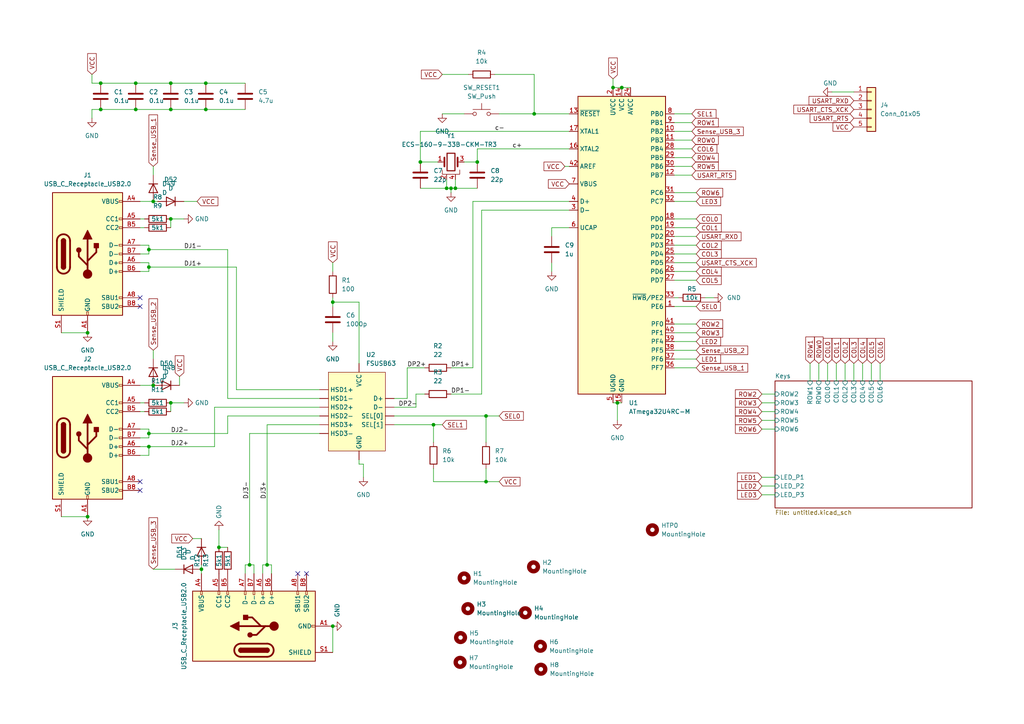
<source format=kicad_sch>
(kicad_sch (version 20230121) (generator eeschema)
  (paper "A4")
  (lib_symbols
    (symbol "Connector:USB_C_Receptacle_USB2.0" (pin_names (offset 1.016))
      (property "Reference" "J" (at -10.16 19.05 0))
      (property "Value" "USB_C_Receptacle_USB2.0" (at 19.05 19.05 0))
      (symbol "USB_C_Receptacle_USB2.0_0_0"
        (rectangle (start -0.254 -17.78) (end 0.254 -16.764))
        (rectangle (start 10.16 -14.986) (end 9.144 -15.494))
        (rectangle (start 10.16 -12.446) (end 9.144 -12.954))
        (rectangle (start 10.16 -4.826) (end 9.144 -5.334))
        (rectangle (start 10.16 -2.286) (end 9.144 -2.794))
        (rectangle (start 10.16 0.254) (end 9.144 -0.254))
        (rectangle (start 10.16 2.794) (end 9.144 2.286))
        (rectangle (start 10.16 7.874) (end 9.144 7.366))
        (rectangle (start 10.16 10.414) (end 9.144 9.906))
        (rectangle (start 10.16 15.494) (end 9.144 14.986))
      )
      (symbol "USB_C_Receptacle_USB2.0_0_1"
        (rectangle (start -10.16 17.78) (end 10.16 -17.78) (stroke (width 0.254)) (fill (type background)))
        (arc (start -8.89 -3.81) (mid -6.985 -5.7067) (end -5.08 -3.81) (stroke (width 0.508)))
        (arc (start -7.62 -3.81) (mid -6.985 -4.4423) (end -6.35 -3.81) (stroke (width 0.254)))
        (arc (start -7.62 -3.81) (mid -6.985 -4.4423) (end -6.35 -3.81) (stroke (width 0.254)) (fill (type outline)))
        (rectangle (start -7.62 -3.81) (end -6.35 3.81) (stroke (width 0.254)) (fill (type outline)))
        (arc (start -6.35 3.81) (mid -6.985 4.4423) (end -7.62 3.81) (stroke (width 0.254)))
        (arc (start -6.35 3.81) (mid -6.985 4.4423) (end -7.62 3.81) (stroke (width 0.254)) (fill (type outline)))
        (arc (start -5.08 3.81) (mid -6.985 5.7067) (end -8.89 3.81) (stroke (width 0.508)))
        (circle (center -2.54 1.143) (radius 0.635) (stroke (width 0.254)) (fill (type outline)))
        (circle (center 0 -5.842) (radius 1.27) (fill (type outline)))
        (polyline (pts (xy -8.89 -3.81) (xy -8.89 3.81)) (stroke (width 0.508)))
        (polyline (pts (xy -5.08 3.81) (xy -5.08 -3.81)) (stroke (width 0.508)))
        (polyline (pts (xy 0 -5.842) (xy 0 4.318)) (stroke (width 0.508)))
        (polyline (pts (xy 0 -3.302) (xy -2.54 -0.762) (xy -2.54 0.508)) (stroke (width 0.508)))
        (polyline (pts (xy 0 -2.032) (xy 2.54 0.508) (xy 2.54 1.778)) (stroke (width 0.508)))
        (polyline (pts (xy -1.27 4.318) (xy 0 6.858) (xy 1.27 4.318) (xy -1.27 4.318)) (stroke (width 0.254)) (fill (type outline)))
        (rectangle (start 1.905 1.778) (end 3.175 3.048) (stroke (width 0.254)) (fill (type outline)))
      )
      (symbol "USB_C_Receptacle_USB2.0_1_1"
        (pin passive line (at 0 -22.86 90) (length 5.08) (name "GND") (number "A1"))
        (pin passive line (at 0 -22.86 90) (length 5.08) hide (name "GND") (number "A12"))
        (pin passive line (at 15.24 15.24 180) (length 5.08) (name "VBUS") (number "A4"))
        (pin bidirectional line (at 15.24 10.16 180) (length 5.08) (name "CC1") (number "A5"))
        (pin bidirectional line (at 15.24 -2.54 180) (length 5.08) (name "D+") (number "A6"))
        (pin bidirectional line (at 15.24 2.54 180) (length 5.08) (name "D-") (number "A7"))
        (pin bidirectional line (at 15.24 -12.7 180) (length 5.08) (name "SBU1") (number "A8"))
        (pin passive line (at 15.24 15.24 180) (length 5.08) hide (name "VBUS") (number "A9"))
        (pin passive line (at 0 -22.86 90) (length 5.08) hide (name "GND") (number "B1"))
        (pin passive line (at 0 -22.86 90) (length 5.08) hide (name "GND") (number "B12"))
        (pin passive line (at 15.24 15.24 180) (length 5.08) hide (name "VBUS") (number "B4"))
        (pin bidirectional line (at 15.24 7.62 180) (length 5.08) (name "CC2") (number "B5"))
        (pin bidirectional line (at 15.24 -5.08 180) (length 5.08) (name "D+") (number "B6"))
        (pin bidirectional line (at 15.24 0 180) (length 5.08) (name "D-") (number "B7"))
        (pin bidirectional line (at 15.24 -15.24 180) (length 5.08) (name "SBU2") (number "B8"))
        (pin passive line (at 15.24 15.24 180) (length 5.08) hide (name "VBUS") (number "B9"))
        (pin passive line (at -7.62 -22.86 90) (length 5.08) (name "SHIELD") (number "S1"))
      )
    )
    (symbol "Connector_Generic:Conn_01x05" (pin_names (offset 1.016) hide)
      (property "Reference" "J" (at 0 7.62 0))
      (property "Value" "Conn_01x05" (at 0 -7.62 0))
      (symbol "Conn_01x05_1_1"
        (rectangle (start -1.27 -4.953) (end 0 -5.207) (stroke (width 0.1524)))
        (rectangle (start -1.27 -2.413) (end 0 -2.667) (stroke (width 0.1524)))
        (rectangle (start -1.27 0.127) (end 0 -0.127) (stroke (width 0.1524)))
        (rectangle (start -1.27 2.667) (end 0 2.413) (stroke (width 0.1524)))
        (rectangle (start -1.27 5.207) (end 0 4.953) (stroke (width 0.1524)))
        (rectangle (start -1.27 6.35) (end 1.27 -6.35) (stroke (width 0.254)) (fill (type background)))
        (pin passive line (at -5.08 5.08 0) (length 3.81) (name "Pin_1") (number "1"))
        (pin passive line (at -5.08 2.54 0) (length 3.81) (name "Pin_2") (number "2"))
        (pin passive line (at -5.08 0 0) (length 3.81) (name "Pin_3") (number "3"))
        (pin passive line (at -5.08 -2.54 0) (length 3.81) (name "Pin_4") (number "4"))
        (pin passive line (at -5.08 -5.08 0) (length 3.81) (name "Pin_5") (number "5"))
      )
    )
    (symbol "Device:C" (pin_numbers hide) (pin_names (offset 0.254))
      (property "Reference" "C" (at 0.635 2.54 0))
      (property "Value" "C" (at 0.635 -2.54 0))
      (symbol "C_0_1"
        (polyline (pts (xy -2.032 -0.762) (xy 2.032 -0.762)) (stroke (width 0.508)))
        (polyline (pts (xy -2.032 0.762) (xy 2.032 0.762)) (stroke (width 0.508)))
      )
      (symbol "C_1_1"
        (pin passive line (at 0 3.81 270) (length 2.794) (name "~") (number "1"))
        (pin passive line (at 0 -3.81 90) (length 2.794) (name "~") (number "2"))
      )
    )
    (symbol "Device:Crystal_GND3" (pin_names (offset 1.016) hide)
      (property "Reference" "Y1" (at 0 7.62 0))
      (property "Value" "ECS-160-9-33B-CKM-TR3 " (at 0 5.08 0))
      (symbol "Crystal_GND3_0_1"
        (rectangle (start -1.143 2.54) (end 1.143 -2.54) (stroke (width 0.3048)))
        (polyline (pts (xy -2.54 0) (xy -1.905 0)))
        (polyline (pts (xy -1.905 -1.27) (xy -1.905 1.27)) (stroke (width 0.508)))
        (polyline (pts (xy -1.27 -3.81) (xy -1.27 -3.556)))
        (polyline (pts (xy 1.27 -3.81) (xy 1.27 -3.556)))
        (polyline (pts (xy 1.905 0) (xy 2.54 0)))
        (polyline (pts (xy 1.905 1.27) (xy 1.905 -1.27)) (stroke (width 0.508)))
        (polyline (pts (xy -2.54 -2.286) (xy -2.54 -3.556) (xy 2.54 -3.556) (xy 2.54 -2.286)))
      )
      (symbol "Crystal_GND3_1_0"
        (pin passive line (at 1.27 -5.08 90) (length 1.27) (name "4") (number "4"))
      )
      (symbol "Crystal_GND3_1_1"
        (pin passive line (at -3.81 0 0) (length 1.27) (name "1") (number "1"))
        (pin passive line (at -1.27 -5.08 90) (length 1.27) (name "2") (number "2"))
        (pin passive line (at 3.81 0 180) (length 1.27) (name "3") (number "3"))
      )
    )
    (symbol "Device:D" (pin_numbers hide) (pin_names (offset 1.016) hide)
      (property "Reference" "D" (at 0 2.54 0))
      (property "Value" "D" (at 0 -2.54 0))
      (symbol "D_0_1"
        (polyline (pts (xy -1.27 1.27) (xy -1.27 -1.27)) (stroke (width 0.254)))
        (polyline (pts (xy 1.27 0) (xy -1.27 0)))
        (polyline (pts (xy 1.27 1.27) (xy 1.27 -1.27) (xy -1.27 0) (xy 1.27 1.27)) (stroke (width 0.254)))
      )
      (symbol "D_1_1"
        (pin passive line (at -3.81 0 0) (length 2.54) (name "K") (number "1"))
        (pin passive line (at 3.81 0 180) (length 2.54) (name "A") (number "2"))
      )
    )
    (symbol "Device:R" (pin_numbers hide) (pin_names (offset 0))
      (property "Reference" "R" (at 2.032 0 90))
      (property "Value" "R" (at 0 0 90))
      (symbol "R_0_1"
        (rectangle (start -1.016 -2.54) (end 1.016 2.54) (stroke (width 0.254)))
      )
      (symbol "R_1_1"
        (pin passive line (at 0 3.81 270) (length 1.27) (name "~") (number "1"))
        (pin passive line (at 0 -3.81 90) (length 1.27) (name "~") (number "2"))
      )
    )
    (symbol "MCU_Microchip_ATmega:ATmega32U4RC-M"
      (property "Reference" "U" (at -12.7 44.45 0))
      (property "Value" "ATmega32U4RC-M" (at 2.54 -44.45 0))
      (symbol "ATmega32U4RC-M_0_1"
        (rectangle (start -12.7 -43.18) (end 12.7 43.18) (stroke (width 0.254)) (fill (type background)))
      )
      (symbol "ATmega32U4RC-M_1_1"
        (pin bidirectional line (at 15.24 -17.78 180) (length 2.54) (name "PE6") (number "1"))
        (pin bidirectional line (at 15.24 33.02 180) (length 2.54) (name "PB2") (number "10"))
        (pin bidirectional line (at 15.24 30.48 180) (length 2.54) (name "PB3") (number "11"))
        (pin bidirectional line (at 15.24 20.32 180) (length 2.54) (name "PB7") (number "12"))
        (pin input line (at -15.24 38.1 0) (length 2.54) (name "~{RESET}") (number "13"))
        (pin power_in line (at 0 45.72 270) (length 2.54) (name "VCC") (number "14"))
        (pin power_in line (at 0 -45.72 90) (length 2.54) (name "GND") (number "15"))
        (pin output line (at -15.24 27.94 0) (length 2.54) (name "XTAL2") (number "16"))
        (pin input line (at -15.24 33.02 0) (length 2.54) (name "XTAL1") (number "17"))
        (pin bidirectional line (at 15.24 7.62 180) (length 2.54) (name "PD0") (number "18"))
        (pin bidirectional line (at 15.24 5.08 180) (length 2.54) (name "PD1") (number "19"))
        (pin power_in line (at -2.54 45.72 270) (length 2.54) (name "UVCC") (number "2"))
        (pin bidirectional line (at 15.24 2.54 180) (length 2.54) (name "PD2") (number "20"))
        (pin bidirectional line (at 15.24 0 180) (length 2.54) (name "PD3") (number "21"))
        (pin bidirectional line (at 15.24 -5.08 180) (length 2.54) (name "PD5") (number "22"))
        (pin passive line (at 0 -45.72 90) (length 2.54) hide (name "GND") (number "23"))
        (pin power_in line (at 2.54 45.72 270) (length 2.54) (name "AVCC") (number "24"))
        (pin bidirectional line (at 15.24 -2.54 180) (length 2.54) (name "PD4") (number "25"))
        (pin bidirectional line (at 15.24 -7.62 180) (length 2.54) (name "PD6") (number "26"))
        (pin bidirectional line (at 15.24 -10.16 180) (length 2.54) (name "PD7") (number "27"))
        (pin bidirectional line (at 15.24 27.94 180) (length 2.54) (name "PB4") (number "28"))
        (pin bidirectional line (at 15.24 25.4 180) (length 2.54) (name "PB5") (number "29"))
        (pin bidirectional line (at -15.24 10.16 0) (length 2.54) (name "D-") (number "3"))
        (pin bidirectional line (at 15.24 22.86 180) (length 2.54) (name "PB6") (number "30"))
        (pin bidirectional line (at 15.24 15.24 180) (length 2.54) (name "PC6") (number "31"))
        (pin bidirectional line (at 15.24 12.7 180) (length 2.54) (name "PC7") (number "32"))
        (pin bidirectional line (at 15.24 -15.24 180) (length 2.54) (name "~{HWB}/PE2") (number "33"))
        (pin passive line (at 0 45.72 270) (length 2.54) hide (name "VCC") (number "34"))
        (pin passive line (at 0 -45.72 90) (length 2.54) hide (name "GND") (number "35"))
        (pin bidirectional line (at 15.24 -35.56 180) (length 2.54) (name "PF7") (number "36"))
        (pin bidirectional line (at 15.24 -33.02 180) (length 2.54) (name "PF6") (number "37"))
        (pin bidirectional line (at 15.24 -30.48 180) (length 2.54) (name "PF5") (number "38"))
        (pin bidirectional line (at 15.24 -27.94 180) (length 2.54) (name "PF4") (number "39"))
        (pin bidirectional line (at -15.24 12.7 0) (length 2.54) (name "D+") (number "4"))
        (pin bidirectional line (at 15.24 -25.4 180) (length 2.54) (name "PF1") (number "40"))
        (pin bidirectional line (at 15.24 -22.86 180) (length 2.54) (name "PF0") (number "41"))
        (pin passive line (at -15.24 22.86 0) (length 2.54) (name "AREF") (number "42"))
        (pin passive line (at 0 -45.72 90) (length 2.54) hide (name "GND") (number "43"))
        (pin passive line (at 2.54 45.72 270) (length 2.54) hide (name "AVCC") (number "44"))
        (pin passive line (at 0 -45.72 90) (length 2.54) hide (name "GND") (number "45"))
        (pin passive line (at -2.54 -45.72 90) (length 2.54) (name "UGND") (number "5"))
        (pin passive line (at -15.24 5.08 0) (length 2.54) (name "UCAP") (number "6"))
        (pin input line (at -15.24 17.78 0) (length 2.54) (name "VBUS") (number "7"))
        (pin bidirectional line (at 15.24 38.1 180) (length 2.54) (name "PB0") (number "8"))
        (pin bidirectional line (at 15.24 35.56 180) (length 2.54) (name "PB1") (number "9"))
      )
    )
    (symbol "Mechanical:MountingHole" (pin_names (offset 1.016))
      (property "Reference" "H" (at 0 5.08 0))
      (property "Value" "MountingHole" (at 0 3.175 0))
      (symbol "MountingHole_0_1"
        (circle (center 0 0) (radius 1.27) (stroke (width 1.27)))
      )
    )
    (symbol "New_Library:FSUSB63" (pin_numbers hide)
      (property "Reference" "U" (at 1.27 -12.7 0))
      (property "Value" "FSUSB63" (at 5.08 -15.24 0))
      (symbol "FSUSB63_0_1"
        (rectangle (start 7.62 -11.43) (end -8.89 11.43) (fill (type background)))
      )
      (symbol "FSUSB63_1_1"
        (pin bidirectional line (at 10.16 3.81 180) (length 2.54) (name "D+") (number "1"))
        (pin bidirectional line (at -11.43 -3.81 0) (length 2.54) (name "HSD3+") (number "10"))
        (pin bidirectional line (at 10.16 -3.81 180) (length 2.54) (name "SEL[1]") (number "11"))
        (pin bidirectional line (at 0 13.97 270) (length 2.54) (name "VCC") (number "12"))
        (pin bidirectional line (at 10.16 1.27 180) (length 2.54) (name "D-") (number "2"))
        (pin bidirectional line (at 0 -13.97 90) (length 2.54) (name "GND") (number "3"))
        (pin bidirectional line (at 10.16 -1.27 180) (length 2.54) (name "SEL[0]") (number "4"))
        (pin bidirectional line (at -11.43 3.81 0) (length 2.54) (name "HSD1-") (number "5"))
        (pin bidirectional line (at -11.43 6.35 0) (length 2.54) (name "HSD1+") (number "6"))
        (pin bidirectional line (at -11.43 -1.27 0) (length 2.54) (name "HSD2-") (number "7"))
        (pin bidirectional line (at -11.43 1.27 0) (length 2.54) (name "HSD2+") (number "8"))
        (pin bidirectional line (at -11.43 -6.35 0) (length 2.54) (name "HSD3-") (number "9"))
      )
    )
    (symbol "Switch:SW_Push" (pin_numbers hide) (pin_names (offset 1.016) hide)
      (property "Reference" "SW" (at 1.27 2.54 0))
      (property "Value" "SW_Push" (at 0 -1.524 0))
      (symbol "SW_Push_0_1"
        (circle (center -2.032 0) (radius 0.508))
        (polyline (pts (xy 0 1.27) (xy 0 3.048)))
        (polyline (pts (xy 2.54 1.27) (xy -2.54 1.27)))
        (circle (center 2.032 0) (radius 0.508))
        (pin passive line (at -5.08 0 0) (length 2.54) (name "1") (number "1"))
        (pin passive line (at 5.08 0 180) (length 2.54) (name "2") (number "2"))
      )
    )
    (symbol "power:GND" (power) (pin_names (offset 0))
      (property "Value" "GND" (at 0 -3.81 0))
      (symbol "GND_0_1"
        (polyline (pts (xy 0 0) (xy 0 -1.27) (xy 1.27 -1.27) (xy 0 -2.54) (xy -1.27 -1.27) (xy 0 -1.27)))
      )
      (symbol "GND_1_1"
        (pin power_in line (at 0 0 270) (length 0) hide (name "GND") (number "1"))
      )
    )
  )
  (junction (at 49.53 31.75))
  (junction (at 49.53 116.84))
  (junction (at 43.18 77.47))
  (junction (at 96.52 87.63))
  (junction (at 77.47 163.83))
  (junction (at 43.18 72.39))
  (junction (at 154.94 33.02))
  (junction (at 96.52 181.61))
  (junction (at 29.21 24.13))
  (junction (at 121.92 46.99))
  (junction (at 49.53 63.5))
  (junction (at 25.4 149.86))
  (junction (at 130.81 54.61))
  (junction (at 59.69 31.75))
  (junction (at 44.45 111.76))
  (junction (at 129.54 54.61))
  (junction (at 58.42 165.1))
  (junction (at 29.21 31.75))
  (junction (at 140.97 139.7))
  (junction (at 39.37 31.75))
  (junction (at 59.69 24.13))
  (junction (at 140.97 120.65))
  (junction (at 138.43 46.99))
  (junction (at 44.45 58.42))
  (junction (at 39.37 24.13))
  (junction (at 49.53 24.13))
  (junction (at 125.73 123.19))
  (junction (at 177.8 25.4))
  (junction (at 25.4 96.52))
  (junction (at 180.34 25.4))
  (junction (at 43.18 125.73))
  (junction (at 43.18 129.54))
  (junction (at 132.08 54.61))
  (junction (at 72.39 163.83))
  (junction (at 63.5 158.75))
  (junction (at 179.07 116.84))
  (no_connect (at 86.36 166.37))
  (no_connect (at 88.9 166.37))
  (no_connect (at 40.64 88.9))
  (no_connect (at 40.64 139.7))
  (no_connect (at 40.64 142.24))
  (no_connect (at 40.64 86.36))
  (wire (pts (xy 40.64 71.12) (xy 43.18 71.12)))
  (wire (pts (xy 130.81 106.68) (xy 137.16 106.68)))
  (wire (pts (xy 195.58 33.02) (xy 200.66 33.02)))
  (wire (pts (xy 180.34 25.4) (xy 182.88 25.4)))
  (wire (pts (xy 72.39 125.73) (xy 72.39 163.83)))
  (wire (pts (xy 78.74 163.83) (xy 78.74 166.37)))
  (wire (pts (xy 130.81 54.61) (xy 130.81 55.88)))
  (wire (pts (xy 40.64 111.76) (xy 44.45 111.76)))
  (wire (pts (xy 220.98 119.38) (xy 224.79 119.38)))
  (wire (pts (xy 179.07 116.84) (xy 180.34 116.84)))
  (wire (pts (xy 154.94 33.02) (xy 165.1 33.02)))
  (wire (pts (xy 123.19 114.3) (xy 120.65 114.3)))
  (wire (pts (xy 41.91 116.84) (xy 40.64 116.84)))
  (wire (pts (xy 237.49 105.41) (xy 237.49 110.49)))
  (wire (pts (xy 177.8 116.84) (xy 179.07 116.84)))
  (wire (pts (xy 66.04 115.57) (xy 92.71 115.57)))
  (wire (pts (xy 125.73 123.19) (xy 125.73 128.27)))
  (wire (pts (xy 39.37 24.13) (xy 49.53 24.13)))
  (wire (pts (xy 204.47 86.36) (xy 207.01 86.36)))
  (wire (pts (xy 29.21 24.13) (xy 39.37 24.13)))
  (wire (pts (xy 17.78 96.52) (xy 25.4 96.52)))
  (wire (pts (xy 41.91 119.38) (xy 40.64 119.38)))
  (wire (pts (xy 144.78 33.02) (xy 154.94 33.02)))
  (wire (pts (xy 220.98 143.51) (xy 224.79 143.51)))
  (wire (pts (xy 130.81 114.3) (xy 139.7 114.3)))
  (wire (pts (xy 92.71 125.73) (xy 72.39 125.73)))
  (wire (pts (xy 43.18 71.12) (xy 43.18 72.39)))
  (wire (pts (xy 96.52 96.52) (xy 96.52 99.06)))
  (wire (pts (xy 43.18 78.74) (xy 40.64 78.74)))
  (wire (pts (xy 195.58 86.36) (xy 196.85 86.36)))
  (wire (pts (xy 195.58 66.04) (xy 201.93 66.04)))
  (wire (pts (xy 26.67 31.75) (xy 26.67 34.29)))
  (wire (pts (xy 132.08 52.07) (xy 132.08 54.61)))
  (wire (pts (xy 72.39 163.83) (xy 73.66 163.83)))
  (wire (pts (xy 128.27 21.59) (xy 135.89 21.59)))
  (wire (pts (xy 49.53 63.5) (xy 53.34 63.5)))
  (wire (pts (xy 163.83 48.26) (xy 165.1 48.26)))
  (wire (pts (xy 40.64 132.08) (xy 43.18 132.08)))
  (wire (pts (xy 29.21 31.75) (xy 26.67 31.75)))
  (wire (pts (xy 55.88 156.21) (xy 58.42 156.21)))
  (wire (pts (xy 245.11 105.41) (xy 245.11 110.49)))
  (wire (pts (xy 104.14 133.35) (xy 104.14 134.62)))
  (wire (pts (xy 66.04 72.39) (xy 43.18 72.39)))
  (wire (pts (xy 247.65 105.41) (xy 247.65 110.49)))
  (wire (pts (xy 58.42 165.1) (xy 58.42 163.83)))
  (wire (pts (xy 96.52 181.61) (xy 96.52 189.23)))
  (wire (pts (xy 250.19 105.41) (xy 250.19 110.49)))
  (wire (pts (xy 252.73 105.41) (xy 252.73 110.49)))
  (wire (pts (xy 195.58 81.28) (xy 201.93 81.28)))
  (wire (pts (xy 68.58 77.47) (xy 68.58 113.03)))
  (wire (pts (xy 195.58 43.18) (xy 200.66 43.18)))
  (wire (pts (xy 195.58 104.14) (xy 201.93 104.14)))
  (wire (pts (xy 220.98 138.43) (xy 224.79 138.43)))
  (wire (pts (xy 114.3 120.65) (xy 140.97 120.65)))
  (wire (pts (xy 53.34 58.42) (xy 57.15 58.42)))
  (wire (pts (xy 121.92 46.99) (xy 127 46.99)))
  (wire (pts (xy 120.65 118.11) (xy 114.3 118.11)))
  (wire (pts (xy 26.67 24.13) (xy 29.21 24.13)))
  (wire (pts (xy 62.23 118.11) (xy 62.23 129.54)))
  (wire (pts (xy 125.73 135.89) (xy 125.73 139.7)))
  (wire (pts (xy 49.53 116.84) (xy 49.53 119.38)))
  (wire (pts (xy 92.71 120.65) (xy 66.04 120.65)))
  (wire (pts (xy 43.18 72.39) (xy 43.18 73.66)))
  (wire (pts (xy 96.52 87.63) (xy 96.52 88.9)))
  (wire (pts (xy 92.71 118.11) (xy 62.23 118.11)))
  (wire (pts (xy 195.58 48.26) (xy 200.66 48.26)))
  (wire (pts (xy 44.45 48.26) (xy 44.45 50.8)))
  (wire (pts (xy 160.02 76.2) (xy 160.02 78.74)))
  (wire (pts (xy 179.07 116.84) (xy 179.07 121.92)))
  (wire (pts (xy 43.18 76.2) (xy 43.18 77.47)))
  (wire (pts (xy 76.2 163.83) (xy 77.47 163.83)))
  (wire (pts (xy 59.69 24.13) (xy 71.12 24.13)))
  (wire (pts (xy 195.58 78.74) (xy 201.93 78.74)))
  (wire (pts (xy 242.57 105.41) (xy 242.57 110.49)))
  (wire (pts (xy 49.53 24.13) (xy 59.69 24.13)))
  (wire (pts (xy 140.97 135.89) (xy 140.97 139.7)))
  (wire (pts (xy 49.53 31.75) (xy 59.69 31.75)))
  (wire (pts (xy 140.97 139.7) (xy 144.78 139.7)))
  (wire (pts (xy 77.47 123.19) (xy 92.71 123.19)))
  (wire (pts (xy 143.51 21.59) (xy 154.94 21.59)))
  (wire (pts (xy 234.95 105.41) (xy 234.95 110.49)))
  (wire (pts (xy 195.58 101.6) (xy 201.93 101.6)))
  (wire (pts (xy 121.92 38.1) (xy 121.92 46.99)))
  (wire (pts (xy 40.64 58.42) (xy 44.45 58.42)))
  (wire (pts (xy 44.45 58.42) (xy 45.72 58.42)))
  (wire (pts (xy 220.98 121.92) (xy 224.79 121.92)))
  (wire (pts (xy 177.8 22.86) (xy 177.8 25.4)))
  (wire (pts (xy 49.53 116.84) (xy 53.34 116.84)))
  (wire (pts (xy 138.43 43.18) (xy 165.1 43.18)))
  (wire (pts (xy 195.58 68.58) (xy 201.93 68.58)))
  (wire (pts (xy 66.04 72.39) (xy 66.04 115.57)))
  (wire (pts (xy 43.18 129.54) (xy 43.18 132.08)))
  (wire (pts (xy 195.58 40.64) (xy 200.66 40.64)))
  (wire (pts (xy 43.18 73.66) (xy 40.64 73.66)))
  (wire (pts (xy 154.94 21.59) (xy 154.94 33.02)))
  (wire (pts (xy 96.52 86.36) (xy 96.52 87.63)))
  (wire (pts (xy 160.02 66.04) (xy 160.02 68.58)))
  (wire (pts (xy 77.47 163.83) (xy 78.74 163.83)))
  (wire (pts (xy 195.58 50.8) (xy 200.66 50.8)))
  (wire (pts (xy 132.08 54.61) (xy 138.43 54.61)))
  (wire (pts (xy 138.43 46.99) (xy 138.43 43.18)))
  (wire (pts (xy 195.58 88.9) (xy 201.93 88.9)))
  (wire (pts (xy 43.18 129.54) (xy 62.23 129.54)))
  (wire (pts (xy 40.64 63.5) (xy 41.91 63.5)))
  (wire (pts (xy 120.65 114.3) (xy 120.65 118.11)))
  (wire (pts (xy 195.58 93.98) (xy 201.93 93.98)))
  (wire (pts (xy 39.37 31.75) (xy 49.53 31.75)))
  (wire (pts (xy 134.62 46.99) (xy 138.43 46.99)))
  (wire (pts (xy 58.42 166.37) (xy 58.42 165.1)))
  (wire (pts (xy 43.18 124.46) (xy 43.18 125.73)))
  (wire (pts (xy 255.27 105.41) (xy 255.27 110.49)))
  (wire (pts (xy 195.58 55.88) (xy 201.93 55.88)))
  (wire (pts (xy 40.64 76.2) (xy 43.18 76.2)))
  (wire (pts (xy 165.1 66.04) (xy 160.02 66.04)))
  (wire (pts (xy 201.93 106.68) (xy 195.58 106.68)))
  (wire (pts (xy 121.92 54.61) (xy 129.54 54.61)))
  (wire (pts (xy 140.97 120.65) (xy 144.78 120.65)))
  (wire (pts (xy 96.52 87.63) (xy 104.14 87.63)))
  (wire (pts (xy 195.58 71.12) (xy 201.93 71.12)))
  (wire (pts (xy 195.58 73.66) (xy 201.93 73.66)))
  (wire (pts (xy 44.45 101.6) (xy 44.45 104.14)))
  (wire (pts (xy 195.58 35.56) (xy 200.66 35.56)))
  (wire (pts (xy 220.98 140.97) (xy 224.79 140.97)))
  (wire (pts (xy 220.98 124.46) (xy 224.79 124.46)))
  (wire (pts (xy 68.58 113.03) (xy 92.71 113.03)))
  (wire (pts (xy 29.21 31.75) (xy 39.37 31.75)))
  (wire (pts (xy 195.58 45.72) (xy 200.66 45.72)))
  (wire (pts (xy 137.16 58.42) (xy 165.1 58.42)))
  (wire (pts (xy 129.54 52.07) (xy 129.54 54.61)))
  (wire (pts (xy 118.11 106.68) (xy 118.11 115.57)))
  (wire (pts (xy 195.58 96.52) (xy 201.93 96.52)))
  (wire (pts (xy 137.16 106.68) (xy 137.16 58.42)))
  (wire (pts (xy 139.7 60.96) (xy 139.7 114.3)))
  (wire (pts (xy 68.58 77.47) (xy 43.18 77.47)))
  (wire (pts (xy 114.3 123.19) (xy 125.73 123.19)))
  (wire (pts (xy 195.58 58.42) (xy 201.93 58.42)))
  (wire (pts (xy 241.3 26.67) (xy 247.65 26.67)))
  (wire (pts (xy 165.1 38.1) (xy 121.92 38.1)))
  (wire (pts (xy 77.47 123.19) (xy 77.47 163.83)))
  (wire (pts (xy 63.5 153.67) (xy 63.5 158.75)))
  (wire (pts (xy 49.53 63.5) (xy 49.53 66.04)))
  (wire (pts (xy 59.69 31.75) (xy 71.12 31.75)))
  (wire (pts (xy 177.8 25.4) (xy 180.34 25.4)))
  (wire (pts (xy 140.97 120.65) (xy 140.97 128.27)))
  (wire (pts (xy 134.62 33.02) (xy 128.27 33.02)))
  (wire (pts (xy 71.12 166.37) (xy 71.12 163.83)))
  (wire (pts (xy 26.67 21.59) (xy 26.67 24.13)))
  (wire (pts (xy 195.58 38.1) (xy 200.66 38.1)))
  (wire (pts (xy 96.52 76.2) (xy 96.52 78.74)))
  (wire (pts (xy 130.81 54.61) (xy 132.08 54.61)))
  (wire (pts (xy 104.14 87.63) (xy 104.14 105.41)))
  (wire (pts (xy 71.12 163.83) (xy 72.39 163.83)))
  (wire (pts (xy 43.18 77.47) (xy 43.18 78.74)))
  (wire (pts (xy 76.2 166.37) (xy 76.2 163.83)))
  (wire (pts (xy 40.64 129.54) (xy 43.18 129.54)))
  (wire (pts (xy 40.64 127) (xy 43.18 127)))
  (wire (pts (xy 129.54 54.61) (xy 130.81 54.61)))
  (wire (pts (xy 40.64 66.04) (xy 41.91 66.04)))
  (wire (pts (xy 17.78 149.86) (xy 25.4 149.86)))
  (wire (pts (xy 43.18 125.73) (xy 43.18 127)))
  (wire (pts (xy 40.64 124.46) (xy 43.18 124.46)))
  (wire (pts (xy 104.14 134.62) (xy 105.41 134.62)))
  (wire (pts (xy 195.58 99.06) (xy 201.93 99.06)))
  (wire (pts (xy 240.03 105.41) (xy 240.03 110.49)))
  (wire (pts (xy 73.66 163.83) (xy 73.66 166.37)))
  (wire (pts (xy 43.18 125.73) (xy 66.04 125.73)))
  (wire (pts (xy 195.58 76.2) (xy 201.93 76.2)))
  (wire (pts (xy 220.98 116.84) (xy 224.79 116.84)))
  (wire (pts (xy 125.73 123.19) (xy 128.27 123.19)))
  (wire (pts (xy 44.45 165.1) (xy 50.8 165.1)))
  (wire (pts (xy 118.11 115.57) (xy 114.3 115.57)))
  (wire (pts (xy 63.5 158.75) (xy 66.04 158.75)))
  (wire (pts (xy 123.19 106.68) (xy 118.11 106.68)))
  (wire (pts (xy 125.73 139.7) (xy 140.97 139.7)))
  (wire (pts (xy 220.98 114.3) (xy 224.79 114.3)))
  (wire (pts (xy 66.04 120.65) (xy 66.04 125.73)))
  (wire (pts (xy 52.07 109.22) (xy 52.07 111.76)))
  (wire (pts (xy 195.58 63.5) (xy 201.93 63.5)))
  (wire (pts (xy 105.41 134.62) (xy 105.41 138.43)))
  (wire (pts (xy 165.1 60.96) (xy 139.7 60.96)))
  (label "c-" (at 143.51 38.1 0))
  (label "DP2+" (at 118.11 106.68 0))
  (label "c+" (at 148.59 43.18 0))
  (label "DJ3+" (at 77.47 144.78 90))
  (label "DP2-" (at 115.57 118.11 0))
  (label "DJ3-" (at 72.39 144.78 90))
  (label "DP1-" (at 130.81 114.3 0))
  (label "DJ1+" (at 53.34 77.47 0))
  (label "DJ2-" (at 49.53 125.73 0))
  (label "DP1+" (at 130.81 106.68 0))
  (label "DJ1-" (at 53.34 72.39 0))
  (label "DJ2+" (at 49.53 129.54 0))
  (global_label "Sense_USB_2" (shape input) (at 201.93 101.6 0) (property "Intersheetrefs" "${INTERSHEET_REFS}" (effects hide)))
  (global_label "ROW6" (shape input) (at 201.93 55.88 0) (property "Intersheetrefs" "${INTERSHEET_REFS}" (effects hide)))
  (global_label "ROW1" (shape input) (at 234.95 105.41 90) (property "Intersheetrefs" "${INTERSHEET_REFS}" (effects hide)))
  (global_label "VCC" (shape input) (at 144.78 139.7 0) (property "Intersheetrefs" "${INTERSHEET_REFS}" (effects hide)))
  (global_label "VCC" (shape input) (at 52.07 109.22 90) (property "Intersheetrefs" "${INTERSHEET_REFS}" (effects hide)))
  (global_label "USART_RTS" (shape input) (at 200.66 50.8 0) (property "Intersheetrefs" "${INTERSHEET_REFS}" (effects hide)))
  (global_label "LED1" (shape input) (at 220.98 138.43 180) (property "Intersheetrefs" "${INTERSHEET_REFS}" (effects hide)))
  (global_label "COL1" (shape input) (at 201.93 66.04 0) (property "Intersheetrefs" "${INTERSHEET_REFS}" (effects hide)))
  (global_label "VCC" (shape input) (at 163.83 48.26 180) (property "Intersheetrefs" "${INTERSHEET_REFS}" (effects hide)))
  (global_label "COL2" (shape input) (at 201.93 71.12 0) (property "Intersheetrefs" "${INTERSHEET_REFS}" (effects hide)))
  (global_label "ROW1" (shape input) (at 200.66 35.56 0) (property "Intersheetrefs" "${INTERSHEET_REFS}" (effects hide)))
  (global_label "LED2" (shape input) (at 220.98 140.97 180) (property "Intersheetrefs" "${INTERSHEET_REFS}" (effects hide)))
  (global_label "ROW0" (shape input) (at 200.66 40.64 0) (property "Intersheetrefs" "${INTERSHEET_REFS}" (effects hide)))
  (global_label "Sense_USB_1" (shape input) (at 201.93 106.68 0) (property "Intersheetrefs" "${INTERSHEET_REFS}" (effects hide)))
  (global_label "ROW3" (shape input) (at 220.98 116.84 180) (property "Intersheetrefs" "${INTERSHEET_REFS}" (effects hide)))
  (global_label "COL2" (shape input) (at 245.11 105.41 90) (property "Intersheetrefs" "${INTERSHEET_REFS}" (effects hide)))
  (global_label "VCC" (shape input) (at 247.65 36.83 180) (property "Intersheetrefs" "${INTERSHEET_REFS}" (effects hide)))
  (global_label "VCC" (shape input) (at 57.15 58.42 0) (property "Intersheetrefs" "${INTERSHEET_REFS}" (effects hide)))
  (global_label "LED3" (shape input) (at 220.98 143.51 180) (property "Intersheetrefs" "${INTERSHEET_REFS}" (effects hide)))
  (global_label "ROW5" (shape input) (at 200.66 48.26 0) (property "Intersheetrefs" "${INTERSHEET_REFS}" (effects hide)))
  (global_label "COL5" (shape input) (at 201.93 81.28 0) (property "Intersheetrefs" "${INTERSHEET_REFS}" (effects hide)))
  (global_label "ROW5" (shape input) (at 220.98 121.92 180) (property "Intersheetrefs" "${INTERSHEET_REFS}" (effects hide)))
  (global_label "VCC" (shape input) (at 26.67 21.59 90) (property "Intersheetrefs" "${INTERSHEET_REFS}" (effects hide)))
  (global_label "Sense_USB_3" (shape input) (at 44.45 165.1 90) (property "Intersheetrefs" "${INTERSHEET_REFS}" (effects hide)))
  (global_label "VCC" (shape input) (at 96.52 76.2 90) (property "Intersheetrefs" "${INTERSHEET_REFS}" (effects hide)))
  (global_label "ROW2" (shape input) (at 201.93 93.98 0) (property "Intersheetrefs" "${INTERSHEET_REFS}" (effects hide)))
  (global_label "LED2" (shape input) (at 201.93 99.06 0) (property "Intersheetrefs" "${INTERSHEET_REFS}" (effects hide)))
  (global_label "Sense_USB_3" (shape input) (at 200.66 38.1 0) (property "Intersheetrefs" "${INTERSHEET_REFS}" (effects hide)))
  (global_label "COL1" (shape input) (at 242.57 105.41 90) (property "Intersheetrefs" "${INTERSHEET_REFS}" (effects hide)))
  (global_label "COL3" (shape input) (at 201.93 73.66 0) (property "Intersheetrefs" "${INTERSHEET_REFS}" (effects hide)))
  (global_label "VCC" (shape input) (at 128.27 21.59 180) (property "Intersheetrefs" "${INTERSHEET_REFS}" (effects hide)))
  (global_label "USART_RTS" (shape input) (at 247.65 34.29 180) (property "Intersheetrefs" "${INTERSHEET_REFS}" (effects hide)))
  (global_label "COL4" (shape input) (at 250.19 105.41 90) (property "Intersheetrefs" "${INTERSHEET_REFS}" (effects hide)))
  (global_label "SEL0" (shape input) (at 144.78 120.65 0) (property "Intersheetrefs" "${INTERSHEET_REFS}" (effects hide)))
  (global_label "SEL1" (shape input) (at 200.66 33.02 0) (property "Intersheetrefs" "${INTERSHEET_REFS}" (effects hide)))
  (global_label "COL6" (shape input) (at 255.27 105.41 90) (property "Intersheetrefs" "${INTERSHEET_REFS}" (effects hide)))
  (global_label "COL5" (shape input) (at 252.73 105.41 90) (property "Intersheetrefs" "${INTERSHEET_REFS}" (effects hide)))
  (global_label "VCC" (shape input) (at 55.88 156.21 180) (property "Intersheetrefs" "${INTERSHEET_REFS}" (effects hide)))
  (global_label "ROW2" (shape input) (at 220.98 114.3 180) (property "Intersheetrefs" "${INTERSHEET_REFS}" (effects hide)))
  (global_label "LED1" (shape input) (at 201.93 104.14 0) (property "Intersheetrefs" "${INTERSHEET_REFS}" (effects hide)))
  (global_label "USART_CTS_XCK" (shape input) (at 201.93 76.2 0) (property "Intersheetrefs" "${INTERSHEET_REFS}" (effects hide)))
  (global_label "ROW4" (shape input) (at 220.98 119.38 180) (property "Intersheetrefs" "${INTERSHEET_REFS}" (effects hide)))
  (global_label "Sense_USB_1" (shape input) (at 44.45 48.26 90) (property "Intersheetrefs" "${INTERSHEET_REFS}" (effects hide)))
  (global_label "COL4" (shape input) (at 201.93 78.74 0) (property "Intersheetrefs" "${INTERSHEET_REFS}" (effects hide)))
  (global_label "COL0" (shape input) (at 201.93 63.5 0) (property "Intersheetrefs" "${INTERSHEET_REFS}" (effects hide)))
  (global_label "USART_RXD" (shape input) (at 201.93 68.58 0) (property "Intersheetrefs" "${INTERSHEET_REFS}" (effects hide)))
  (global_label "VCC" (shape input) (at 177.8 22.86 90) (property "Intersheetrefs" "${INTERSHEET_REFS}" (effects hide)))
  (global_label "VCC" (shape input) (at 165.1 53.34 180) (property "Intersheetrefs" "${INTERSHEET_REFS}" (effects hide)))
  (global_label "ROW6" (shape input) (at 220.98 124.46 180) (property "Intersheetrefs" "${INTERSHEET_REFS}" (effects hide)))
  (global_label "ROW0" (shape input) (at 237.49 105.41 90) (property "Intersheetrefs" "${INTERSHEET_REFS}" (effects hide)))
  (global_label "ROW3" (shape input) (at 201.93 96.52 0) (property "Intersheetrefs" "${INTERSHEET_REFS}" (effects hide)))
  (global_label "LED3" (shape input) (at 201.93 58.42 0) (property "Intersheetrefs" "${INTERSHEET_REFS}" (effects hide)))
  (global_label "COL6" (shape input) (at 200.66 43.18 0) (property "Intersheetrefs" "${INTERSHEET_REFS}" (effects hide)))
  (global_label "COL0" (shape input) (at 240.03 105.41 90) (property "Intersheetrefs" "${INTERSHEET_REFS}" (effects hide)))
  (global_label "ROW4" (shape input) (at 200.66 45.72 0) (property "Intersheetrefs" "${INTERSHEET_REFS}" (effects hide)))
  (global_label "Sense_USB_2" (shape input) (at 44.45 101.6 90) (property "Intersheetrefs" "${INTERSHEET_REFS}" (effects hide)))
  (global_label "SEL1" (shape input) (at 128.27 123.19 0) (property "Intersheetrefs" "${INTERSHEET_REFS}" (effects hide)))
  (global_label "USART_CTS_XCK" (shape input) (at 247.65 31.75 180) (property "Intersheetrefs" "${INTERSHEET_REFS}" (effects hide)))
  (global_label "SEL0" (shape input) (at 201.93 88.9 0) (property "Intersheetrefs" "${INTERSHEET_REFS}" (effects hide)))
  (global_label "USART_RXD" (shape input) (at 247.65 29.21 180) (property "Intersheetrefs" "${INTERSHEET_REFS}" (effects hide)))
  (global_label "COL3" (shape input) (at 247.65 105.41 90) (property "Intersheetrefs" "${INTERSHEET_REFS}" (effects hide)))
  (symbol (lib_id "power:GND") (at 96.52 99.06 0) (unit 1)
    (property "Reference" "#PWR0111" (effects hide))
    (property "Value" "GND" (at 96.52 104.14 0))
  )
  (symbol (lib_id "Device:D") (at 48.26 111.76 180) (unit 1)
    (property "Reference" "D50" (at 48.26 105.41 0))
    (property "Value" "D" (at 48.26 107.95 0))
    (property "Footprint" "Diode_SMD:D_SOD-523" (effects hide))
    (property "Sim.Device" "D" (effects hide))
    (property "Sim.Pins" "1=K 2=A" (effects hide))
  )
  (symbol (lib_id "power:GND") (at 53.34 116.84 90) (unit 1)
    (property "Reference" "#PWR07" (effects hide))
    (property "Value" "GND" (at 56.515 116.84 90) (effects (justify right)))
  )
  (symbol (lib_id "Device:D") (at 44.45 54.61 270) (unit 1)
    (property "Reference" "D49" (at 46.99 53.3399 90) (effects (justify left)))
    (property "Value" "D" (at 46.99 55.8799 90) (effects (justify left)))
    (property "Footprint" "Diode_SMD:D_SOD-523" (effects hide))
    (property "Sim.Device" "D" (effects hide))
    (property "Sim.Pins" "1=K 2=A" (effects hide))
  )
  (symbol (lib_id "Connector_Generic:Conn_01x05") (at 252.73 31.75 0) (unit 1)
    (property "Reference" "J4" (at 255.27 30.48 0) (effects (justify left)))
    (property "Value" "Conn_01x05" (at 255.27 33.02 0) (effects (justify left)))
    (property "Footprint" "Connector_PinHeader_2.54mm:PinHeader_1x05_P2.54mm_Vertical" (effects hide))
  )
  (symbol (lib_id "Device:R") (at 45.72 116.84 90) (unit 1)
    (property "Reference" "R10" (at 45.72 110.49 90))
    (property "Value" "5k1" (at 45.72 116.84 90))
    (property "Footprint" "Resistor_SMD:R_0603_1608Metric_Pad0.98x0.95mm_HandSolder" (effects hide))
  )
  (symbol (lib_id "Device:R") (at 127 106.68 90) (unit 1)
    (property "Reference" "R2" (at 127 100.33 90))
    (property "Value" "22" (at 127 102.87 90))
    (property "Footprint" "Resistor_SMD:R_0603_1608Metric_Pad0.98x0.95mm_HandSolder" (effects hide))
  )
  (symbol (lib_id "power:GND") (at 25.4 96.52 0) (unit 1)
    (property "Reference" "#PWR05" (effects hide))
    (property "Value" "GND" (at 25.4 101.6 0))
  )
  (symbol (lib_id "Mechanical:MountingHole") (at 156.8771 194.1034 0) (unit 1)
    (property "Reference" "H8" (at 159.4171 192.8334 0) (effects (justify left)))
    (property "Value" "MountingHole" (at 159.4171 195.3734 0) (effects (justify left)))
    (property "Footprint" "MountingHole:MountingHole_3.2mm_M3" (effects hide))
  )
  (symbol (lib_id "Mechanical:MountingHole") (at 133.4457 192.1064 0) (unit 1)
    (property "Reference" "H7" (at 135.9857 190.8364 0) (effects (justify left)))
    (property "Value" "MountingHole" (at 135.9857 193.3764 0) (effects (justify left)))
    (property "Footprint" "MountingHole:MountingHole_3.2mm_M3" (effects hide))
  )
  (symbol (lib_id "Mechanical:MountingHole") (at 189.23 153.67 0) (unit 1)
    (property "Reference" "HTP0" (at 191.77 152.4 0) (effects (justify left)))
    (property "Value" "MountingHole" (at 191.77 154.94 0) (effects (justify left)))
    (property "Footprint" "MountingHole:MountingHole_3.5mm" (effects hide))
  )
  (symbol (lib_id "Device:R") (at 45.72 66.04 90) (unit 1)
    (property "Reference" "R9" (at 45.72 59.69 90))
    (property "Value" "5k1" (at 45.72 66.04 90))
    (property "Footprint" "Resistor_SMD:R_0603_1608Metric_Pad0.98x0.95mm_HandSolder" (effects hide))
  )
  (symbol (lib_id "Device:C") (at 71.12 27.94 0) (unit 1)
    (property "Reference" "C5" (at 74.93 26.6699 0) (effects (justify left)))
    (property "Value" "4.7u" (at 74.93 29.2099 0) (effects (justify left)))
    (property "Footprint" "Capacitor_SMD:C_0603_1608Metric_Pad1.08x0.95mm_HandSolder" (effects hide))
  )
  (symbol (lib_id "Device:C") (at 138.43 50.8 0) (unit 1)
    (property "Reference" "C8" (at 142.24 49.5299 0) (effects (justify left)))
    (property "Value" "22p" (at 142.24 52.0699 0) (effects (justify left)))
    (property "Footprint" "Capacitor_SMD:C_0603_1608Metric_Pad1.08x0.95mm_HandSolder" (effects hide))
  )
  (symbol (lib_id "Device:R") (at 125.73 132.08 180) (unit 1)
    (property "Reference" "R6" (at 128.27 130.8099 0) (effects (justify right)))
    (property "Value" "10k" (at 128.27 133.3499 0) (effects (justify right)))
    (property "Footprint" "Resistor_SMD:R_0603_1608Metric_Pad0.98x0.95mm_HandSolder" (effects hide))
  )
  (symbol (lib_id "power:GND") (at 25.4 149.86 0) (unit 1)
    (property "Reference" "#PWR0105" (effects hide))
    (property "Value" "GND" (at 25.4 154.94 0))
  )
  (symbol (lib_id "Connector:USB_C_Receptacle_USB2.0") (at 25.4 127 0) (unit 1)
    (property "Reference" "J2" (at 25.4 104.14 0))
    (property "Value" "USB_C_Receptacle_USB2.0" (at 25.4 106.68 0))
    (property "Footprint" "Connector_USB:USB_C_Receptacle_HRO_TYPE-C-31-M-12" (effects hide))
    (property "Datasheet" "https://www.usb.org/sites/default/files/documents/usb_type-c.zip" (effects hide))
  )
  (symbol (lib_id "power:GND") (at 63.5 153.67 180) (unit 1)
    (property "Reference" "#PWR08" (effects hide))
    (property "Value" "GND" (at 63.5 150.495 90) (effects (justify right)))
  )
  (symbol (lib_id "power:GND") (at 207.01 86.36 90) (unit 1)
    (property "Reference" "#PWR0102" (effects hide))
    (property "Value" "GND" (at 210.82 86.3599 90) (effects (justify right)))
  )
  (symbol (lib_id "New_Library:FSUSB63") (at 104.14 119.38 0) (unit 1)
    (property "Reference" "U2" (at 106.1594 102.87 0) (effects (justify left)))
    (property "Value" "FSUSB63" (at 106.1594 105.41 0) (effects (justify left)))
    (property "Footprint" "planck_keyboard:FSUSB63" (effects hide))
  )
  (symbol (lib_id "Device:R") (at 127 114.3 90) (unit 1)
    (property "Reference" "R3" (at 127 107.95 90))
    (property "Value" "22" (at 127 110.49 90))
    (property "Footprint" "Resistor_SMD:R_0603_1608Metric_Pad0.98x0.95mm_HandSolder" (effects hide))
  )
  (symbol (lib_id "power:GND") (at 26.67 34.29 0) (unit 1)
    (property "Reference" "#PWR0101" (effects hide))
    (property "Value" "GND" (at 26.67 39.37 0))
  )
  (symbol (lib_id "power:GND") (at 96.52 181.61 90) (unit 1)
    (property "Reference" "#PWR0106" (effects hide))
    (property "Value" "GND" (at 97.79 179.07 0) (effects (justify left)))
  )
  (symbol (lib_id "Device:C") (at 96.52 92.71 0) (unit 1)
    (property "Reference" "C6" (at 100.33 91.4399 0) (effects (justify left)))
    (property "Value" "1000p" (at 100.33 93.9799 0) (effects (justify left)))
    (property "Footprint" "Capacitor_SMD:C_0603_1608Metric_Pad1.08x0.95mm_HandSolder" (effects hide))
  )
  (symbol (lib_id "Mechanical:MountingHole") (at 133.5789 184.9172 0) (unit 1)
    (property "Reference" "H5" (at 136.1189 183.6472 0) (effects (justify left)))
    (property "Value" "MountingHole" (at 136.1189 186.1872 0) (effects (justify left)))
    (property "Footprint" "MountingHole:MountingHole_3.2mm_M3" (effects hide))
  )
  (symbol (lib_id "power:GND") (at 241.3 26.67 270) (unit 1)
    (property "Reference" "#PWR02" (effects hide))
    (property "Value" "GND" (at 238.76 24.13 90) (effects (justify left)))
  )
  (symbol (lib_id "Device:D") (at 49.53 58.42 180) (unit 1)
    (property "Reference" "D52" (at 49.53 52.07 0))
    (property "Value" "D" (at 49.53 54.61 0))
    (property "Footprint" "Diode_SMD:D_SOD-523" (effects hide))
    (property "Sim.Device" "D" (effects hide))
    (property "Sim.Pins" "1=K 2=A" (effects hide))
  )
  (symbol (lib_id "Connector:USB_C_Receptacle_USB2.0") (at 73.66 181.61 90) (unit 1)
    (property "Reference" "J3" (at 50.8 181.61 0))
    (property "Value" "USB_C_Receptacle_USB2.0" (at 53.34 181.61 0))
    (property "Footprint" "Connector_USB:USB_C_Receptacle_HRO_TYPE-C-31-M-12" (effects hide))
    (property "Datasheet" "https://www.usb.org/sites/default/files/documents/usb_type-c.zip" (effects hide))
  )
  (symbol (lib_id "Mechanical:MountingHole") (at 135.709 176.5298 0) (unit 1)
    (property "Reference" "H3" (at 138.249 175.2598 0) (effects (justify left)))
    (property "Value" "MountingHole" (at 138.249 177.7998 0) (effects (justify left)))
    (property "Footprint" "MountingHole:MountingHole_3.2mm_M3" (effects hide))
  )
  (symbol (lib_id "Device:R") (at 200.66 86.36 90) (unit 1)
    (property "Reference" "R5" (at 200.66 83.82 90))
    (property "Value" "10k" (at 200.66 86.36 90))
    (property "Footprint" "Resistor_SMD:R_0603_1608Metric_Pad0.98x0.95mm_HandSolder" (effects hide))
  )
  (symbol (lib_id "Switch:SW_Push") (at 139.7 33.02 0) (unit 1)
    (property "Reference" "SW_RESET1" (at 139.7 25.4 0))
    (property "Value" "SW_Push" (at 139.7 27.94 0))
    (property "Footprint" "Button_Switch_SMD:SW_SPST_B3U-3000P" (effects hide))
  )
  (symbol (lib_id "Mechanical:MountingHole") (at 156.7439 187.4467 0) (unit 1)
    (property "Reference" "H6" (at 159.2839 186.1767 0) (effects (justify left)))
    (property "Value" "MountingHole" (at 159.2839 188.7167 0) (effects (justify left)))
    (property "Footprint" "MountingHole:MountingHole_3.2mm_M3" (effects hide))
  )
  (symbol (lib_id "Device:C") (at 29.21 27.94 0) (unit 1)
    (property "Reference" "C1" (at 33.02 26.67 0) (effects (justify left)))
    (property "Value" "0.1u" (at 33.02 29.21 0) (effects (justify left)))
    (property "Footprint" "Capacitor_SMD:C_0603_1608Metric_Pad1.08x0.95mm_HandSolder" (effects hide))
  )
  (symbol (lib_id "Device:R") (at 45.72 119.38 90) (unit 1)
    (property "Reference" "R11" (at 45.72 113.03 90))
    (property "Value" "5k1" (at 45.72 119.38 90))
    (property "Footprint" "Resistor_SMD:R_0603_1608Metric_Pad0.98x0.95mm_HandSolder" (effects hide))
  )
  (symbol (lib_id "Device:R") (at 45.72 63.5 90) (unit 1)
    (property "Reference" "R8" (at 45.72 57.15 90))
    (property "Value" "5k1" (at 45.72 63.5 90))
    (property "Footprint" "Resistor_SMD:R_0603_1608Metric_Pad0.98x0.95mm_HandSolder" (effects hide))
  )
  (symbol (lib_id "Device:C") (at 160.02 72.39 0) (unit 1)
    (property "Reference" "C9" (at 163.83 71.1199 0) (effects (justify left)))
    (property "Value" "1u" (at 163.83 73.6599 0) (effects (justify left)))
    (property "Footprint" "Capacitor_SMD:C_0603_1608Metric_Pad1.08x0.95mm_HandSolder" (effects hide))
  )
  (symbol (lib_id "Device:C") (at 49.53 27.94 0) (unit 1)
    (property "Reference" "C3" (at 53.34 26.67 0) (effects (justify left)))
    (property "Value" "0.1u" (at 53.34 29.21 0) (effects (justify left)))
    (property "Footprint" "Capacitor_SMD:C_0603_1608Metric_Pad1.08x0.95mm_HandSolder" (effects hide))
  )
  (symbol (lib_id "Device:D") (at 54.61 165.1 0) (unit 1)
    (property "Reference" "D53" (at 53.34 162.56 90) (effects (justify left)))
    (property "Value" "D" (at 55.88 162.56 90) (effects (justify left)))
    (property "Footprint" "Diode_SMD:D_SOD-523" (effects hide))
    (property "Sim.Device" "D" (effects hide))
    (property "Sim.Pins" "1=K 2=A" (effects hide))
  )
  (symbol (lib_id "Device:C") (at 39.37 27.94 0) (unit 1)
    (property "Reference" "C2" (at 43.18 26.67 0) (effects (justify left)))
    (property "Value" "0.1u" (at 43.18 29.21 0) (effects (justify left)))
    (property "Footprint" "Capacitor_SMD:C_0603_1608Metric_Pad1.08x0.95mm_HandSolder" (effects hide))
  )
  (symbol (lib_id "Mechanical:MountingHole") (at 154.7469 164.4148 0) (unit 1)
    (property "Reference" "H2" (at 157.2869 163.1448 0) (effects (justify left)))
    (property "Value" "MountingHole" (at 157.2869 165.6848 0) (effects (justify left)))
    (property "Footprint" "MountingHole:MountingHole_3.2mm_M3" (effects hide))
  )
  (symbol (lib_id "power:GND") (at 128.27 33.02 0) (unit 1)
    (property "Reference" "#PWR0103" (effects hide))
    (property "Value" "GND" (at 128.27 38.1 0))
  )
  (symbol (lib_id "power:GND") (at 179.07 121.92 0) (unit 1)
    (property "Reference" "#PWR0104" (effects hide))
    (property "Value" "GND" (at 179.07 127 0))
  )
  (symbol (lib_id "Device:R") (at 139.7 21.59 90) (unit 1)
    (property "Reference" "R4" (at 139.7 15.24 90))
    (property "Value" "10k" (at 139.7 17.78 90))
    (property "Footprint" "Resistor_SMD:R_0603_1608Metric_Pad0.98x0.95mm_HandSolder" (effects hide))
  )
  (symbol (lib_id "power:GND") (at 105.41 138.43 0) (unit 1)
    (property "Reference" "#PWR0110" (effects hide))
    (property "Value" "GND" (at 105.41 143.51 0))
  )
  (symbol (lib_id "Device:C") (at 59.69 27.94 0) (unit 1)
    (property "Reference" "C4" (at 63.5 26.6699 0) (effects (justify left)))
    (property "Value" "0.1u" (at 63.5 29.2099 0) (effects (justify left)))
    (property "Footprint" "Capacitor_SMD:C_0603_1608Metric_Pad1.08x0.95mm_HandSolder" (effects hide))
  )
  (symbol (lib_id "power:GND") (at 53.34 63.5 90) (unit 1)
    (property "Reference" "#PWR06" (effects hide))
    (property "Value" "GND" (at 56.515 63.5 90) (effects (justify right)))
  )
  (symbol (lib_id "Device:R") (at 140.97 132.08 180) (unit 1)
    (property "Reference" "R7" (at 143.51 130.8099 0) (effects (justify right)))
    (property "Value" "10k" (at 143.51 133.3499 0) (effects (justify right)))
    (property "Footprint" "Resistor_SMD:R_0603_1608Metric_Pad0.98x0.95mm_HandSolder" (effects hide))
  )
  (symbol (lib_id "Device:Crystal_GND3") (at 130.81 46.99 0) (unit 1)
    (property "Reference" "Y1" (at 130.81 39.37 0))
    (property "Value" "ECS-160-9-33B-CKM-TR3 " (at 130.81 41.91 0))
    (property "Footprint" "Crystal:Crystal_SMD_3225-4Pin_3.2x2.5mm_HandSoldering" (effects hide))
  )
  (symbol (lib_id "Device:C") (at 121.92 50.8 0) (unit 1)
    (property "Reference" "C7" (at 125.73 49.5299 0) (effects (justify left)))
    (property "Value" "22p" (at 125.73 52.0699 0) (effects (justify left)))
    (property "Footprint" "Capacitor_SMD:C_0603_1608Metric_Pad1.08x0.95mm_HandSolder" (effects hide))
  )
  (symbol (lib_id "Device:R") (at 66.04 162.56 180) (unit 1)
    (property "Reference" "R13" (at 59.69 162.56 90))
    (property "Value" "5k1" (at 66.04 162.56 90))
    (property "Footprint" "Resistor_SMD:R_0603_1608Metric_Pad0.98x0.95mm_HandSolder" (effects hide))
  )
  (symbol (lib_id "Connector:USB_C_Receptacle_USB2.0") (at 25.4 73.66 0) (unit 1)
    (property "Reference" "J1" (at 25.4 50.8 0))
    (property "Value" "USB_C_Receptacle_USB2.0" (at 25.4 53.34 0))
    (property "Footprint" "Connector_USB:USB_C_Receptacle_HRO_TYPE-C-31-M-12" (effects hide))
    (property "Datasheet" "https://www.usb.org/sites/default/files/documents/usb_type-c.zip" (effects hide))
  )
  (symbol (lib_id "Device:R") (at 96.52 82.55 180) (unit 1)
    (property "Reference" "R1" (at 99.06 81.2799 0) (effects (justify right)))
    (property "Value" "100" (at 99.06 83.8199 0) (effects (justify right)))
    (property "Footprint" "Resistor_SMD:R_0603_1608Metric_Pad0.98x0.95mm_HandSolder" (effects hide))
  )
  (symbol (lib_id "Mechanical:MountingHole") (at 152.3506 177.728 0) (unit 1)
    (property "Reference" "H4" (at 154.8906 176.458 0) (effects (justify left)))
    (property "Value" "MountingHole" (at 154.8906 178.998 0) (effects (justify left)))
    (property "Footprint" "MountingHole:MountingHole_3.2mm_M3" (effects hide))
  )
  (symbol (lib_id "MCU_Microchip_ATmega:ATmega32U4RC-M") (at 180.34 71.12 0) (unit 1)
    (property "Reference" "U1" (at 182.3594 116.84 0) (effects (justify left)))
    (property "Value" "ATmega32U4RC-M" (at 182.3594 119.38 0) (effects (justify left)))
    (property "Footprint" "Package_DFN_QFN:QFN-44-1EP_7x7mm_P0.5mm_EP5.2x5.2mm" (effects hide))
    (property "Datasheet" "http://ww1.microchip.com/downloads/en/DeviceDoc/Atmel-7766-8-bit-AVR-ATmega16U4-32U4_Datasheet.pdf" (effects hide))
  )
  (symbol (lib_id "Device:R") (at 63.5 162.56 180) (unit 1)
    (property "Reference" "R12" (at 57.15 162.56 90))
    (property "Value" "5k1" (at 63.5 162.56 90))
    (property "Footprint" "Resistor_SMD:R_0603_1608Metric_Pad0.98x0.95mm_HandSolder" (effects hide))
  )
  (symbol (lib_id "Mechanical:MountingHole") (at 134.62 167.64 0) (unit 1)
    (property "Reference" "H1" (at 137.16 166.37 0) (effects (justify left)))
    (property "Value" "MountingHole" (at 137.16 168.91 0) (effects (justify left)))
    (property "Footprint" "MountingHole:MountingHole_3.2mm_M3" (effects hide))
  )
  (symbol (lib_id "Device:D") (at 44.45 107.95 270) (unit 1)
    (property "Reference" "D48" (at 46.99 106.6799 90) (effects (justify left)))
    (property "Value" "D" (at 46.99 109.2199 90) (effects (justify left)))
    (property "Footprint" "Diode_SMD:D_SOD-523" (effects hide))
    (property "Sim.Device" "D" (effects hide))
    (property "Sim.Pins" "1=K 2=A" (effects hide))
  )
  (symbol (lib_id "power:GND") (at 130.81 55.88 0) (unit 1)
    (property "Reference" "#PWR0107" (effects hide))
    (property "Value" "GND" (at 130.81 60.96 0))
  )
  (symbol (lib_id "power:GND") (at 160.02 78.74 0) (unit 1)
    (property "Reference" "#PWR0108" (effects hide))
    (property "Value" "GND" (at 160.02 83.82 0))
  )
  (symbol (lib_id "Device:D") (at 58.42 160.02 270) (unit 1)
    (property "Reference" "D51" (at 52.07 160.02 0))
    (property "Value" "D" (at 54.61 160.02 0))
    (property "Footprint" "Diode_SMD:D_SOD-523" (effects hide))
    (property "Sim.Device" "D" (effects hide))
    (property "Sim.Pins" "1=K 2=A" (effects hide))
  )
  (sheet (at 224.79 110.49) (size 57.15 36.83) (stroke (width 0.1524))
    (property "Sheetname" "Keys" (at 224.79 109.7784 0) (effects (justify left bottom)))
    (property "Sheetfile" "untitled.kicad_sch" (at 224.79 147.9046 0) (effects (justify left top)))
    (pin "ROW2" input (at 224.79 114.3 180))
    (pin "ROW1" input (at 234.95 110.49 90))
    (pin "ROW0" input (at 237.49 110.49 90))
    (pin "ROW3" input (at 224.79 116.84 180))
    (pin "COL4" input (at 250.19 110.49 90))
    (pin "COL5" input (at 252.73 110.49 90))
    (pin "COL6" input (at 255.27 110.49 90))
    (pin "COL0" input (at 240.03 110.49 90))
    (pin "COL1" input (at 242.57 110.49 90))
    (pin "COL2" input (at 245.11 110.49 90))
    (pin "COL3" input (at 247.65 110.49 90))
    (pin "LED_P3" input (at 224.79 143.51 180))
    (pin "LED_P2" input (at 224.79 140.97 180))
    (pin "LED_P1" input (at 224.79 138.43 180))
    (pin "ROW6" input (at 224.79 124.46 180))
    (pin "ROW5" input (at 224.79 121.92 180))
    (pin "ROW4" input (at 224.79 119.38 180))
  )
)
</source>
